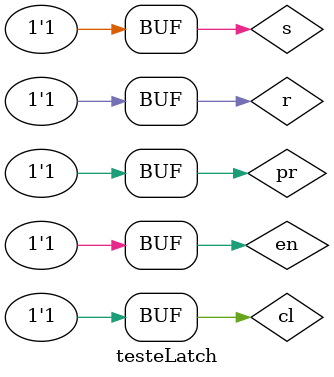
<source format=v>

module latchSRNand ( q, q_bar, s, r, en, pr, cl );
	output q, q_bar;
	input  s, r, en, pr, cl;
	
	wire aux1, aux2;
	
	nand NAND1 ( aux1, s, en ); 
	nand NAND2 ( aux2, r, en );	
	nand NAND3 ( q, aux1, pr, q_bar );
	nand NAND4 ( q_bar, aux2, cl, q );
	
endmodule

//-----------------------
//-- TESTE
//-----------------------
module testeLatch;
	
	wire      q, q_bar;
	reg       s, r, en, pr, cl;
	
	latchSRNand L1 ( q, q_bar, s, r, en, pr, cl );
	
	initial begin
		
		$display ("Guia 10 - Gustavo Guimaraes - 405804");
		$display ("\nLatch SR NAND\n");
		$display ("s  r   en   pr  cl =  q   q_bar" );
		$monitor("%b  %b   %b    %b    %b =  %b    %b",s, r, en, pr, cl, q, q_bar);
	#1	s = 0; r = 0; en = 0; pr = 0; cl = 0;
	#1 s = 0; r = 0; en = 0; pr = 0; cl = 1;
	#1 s = 0; r = 0; en = 0; pr = 1; cl = 0;
	#1 s = 0; r = 0; en = 0; pr = 1; cl = 1; 
	#1	s = 0; r = 1; en = 1; pr = 0; cl = 1;
	#1	s = 1; r = 0; en = 1; pr = 1; cl = 0;
	#1	s = 0; r = 0; en = 1; pr = 1; cl = 1;
	#1	s = 0; r = 1; en = 1; pr = 1; cl = 1;
	#1	s = 1; r = 0; en = 1; pr = 1; cl = 1;
	#1	s = 1; r = 1; en = 1; pr = 1; cl = 1;
		
	end	

endmodule
</source>
